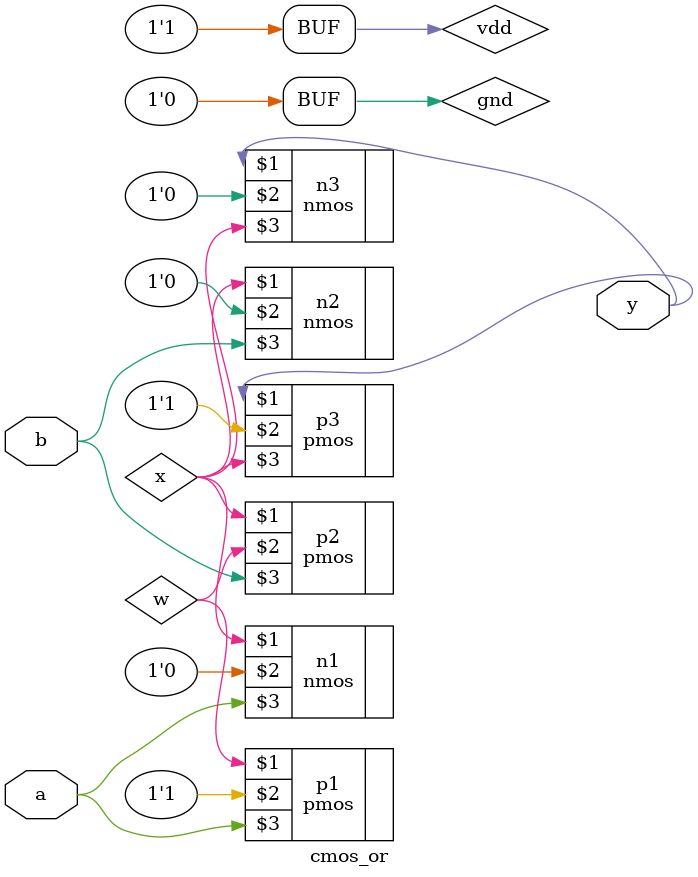
<source format=v>
module cmos_or(
input a,b,
output y
);
supply1 vdd;
supply0 gnd;
wire x,w;

pmos p1(w,vdd,a);
pmos p2(x,w,b);

nmos n1(x,gnd,a);
nmos n2(x,gnd,b);

pmos p3(y,vdd,x);
nmos n3(y,gnd,x);

endmodule

</source>
